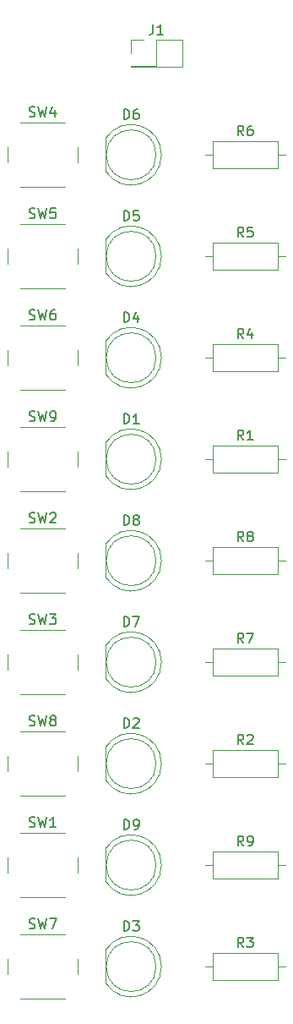
<source format=gbr>
%TF.GenerationSoftware,KiCad,Pcbnew,7.0.5-0*%
%TF.CreationDate,2023-07-07T14:44:46-07:00*%
%TF.ProjectId,loots of leds 2.0,6c6f6f74-7320-46f6-9620-6c6564732032,rev?*%
%TF.SameCoordinates,Original*%
%TF.FileFunction,Legend,Top*%
%TF.FilePolarity,Positive*%
%FSLAX46Y46*%
G04 Gerber Fmt 4.6, Leading zero omitted, Abs format (unit mm)*
G04 Created by KiCad (PCBNEW 7.0.5-0) date 2023-07-07 14:44:46*
%MOMM*%
%LPD*%
G01*
G04 APERTURE LIST*
%ADD10C,0.150000*%
%ADD11C,0.120000*%
G04 APERTURE END LIST*
D10*
%TO.C,SW4*%
X163766667Y-34257200D02*
X163909524Y-34304819D01*
X163909524Y-34304819D02*
X164147619Y-34304819D01*
X164147619Y-34304819D02*
X164242857Y-34257200D01*
X164242857Y-34257200D02*
X164290476Y-34209580D01*
X164290476Y-34209580D02*
X164338095Y-34114342D01*
X164338095Y-34114342D02*
X164338095Y-34019104D01*
X164338095Y-34019104D02*
X164290476Y-33923866D01*
X164290476Y-33923866D02*
X164242857Y-33876247D01*
X164242857Y-33876247D02*
X164147619Y-33828628D01*
X164147619Y-33828628D02*
X163957143Y-33781009D01*
X163957143Y-33781009D02*
X163861905Y-33733390D01*
X163861905Y-33733390D02*
X163814286Y-33685771D01*
X163814286Y-33685771D02*
X163766667Y-33590533D01*
X163766667Y-33590533D02*
X163766667Y-33495295D01*
X163766667Y-33495295D02*
X163814286Y-33400057D01*
X163814286Y-33400057D02*
X163861905Y-33352438D01*
X163861905Y-33352438D02*
X163957143Y-33304819D01*
X163957143Y-33304819D02*
X164195238Y-33304819D01*
X164195238Y-33304819D02*
X164338095Y-33352438D01*
X164671429Y-33304819D02*
X164909524Y-34304819D01*
X164909524Y-34304819D02*
X165100000Y-33590533D01*
X165100000Y-33590533D02*
X165290476Y-34304819D01*
X165290476Y-34304819D02*
X165528572Y-33304819D01*
X166338095Y-33638152D02*
X166338095Y-34304819D01*
X166100000Y-33257200D02*
X165861905Y-33971485D01*
X165861905Y-33971485D02*
X166480952Y-33971485D01*
%TO.C,SW5*%
X163766667Y-44417200D02*
X163909524Y-44464819D01*
X163909524Y-44464819D02*
X164147619Y-44464819D01*
X164147619Y-44464819D02*
X164242857Y-44417200D01*
X164242857Y-44417200D02*
X164290476Y-44369580D01*
X164290476Y-44369580D02*
X164338095Y-44274342D01*
X164338095Y-44274342D02*
X164338095Y-44179104D01*
X164338095Y-44179104D02*
X164290476Y-44083866D01*
X164290476Y-44083866D02*
X164242857Y-44036247D01*
X164242857Y-44036247D02*
X164147619Y-43988628D01*
X164147619Y-43988628D02*
X163957143Y-43941009D01*
X163957143Y-43941009D02*
X163861905Y-43893390D01*
X163861905Y-43893390D02*
X163814286Y-43845771D01*
X163814286Y-43845771D02*
X163766667Y-43750533D01*
X163766667Y-43750533D02*
X163766667Y-43655295D01*
X163766667Y-43655295D02*
X163814286Y-43560057D01*
X163814286Y-43560057D02*
X163861905Y-43512438D01*
X163861905Y-43512438D02*
X163957143Y-43464819D01*
X163957143Y-43464819D02*
X164195238Y-43464819D01*
X164195238Y-43464819D02*
X164338095Y-43512438D01*
X164671429Y-43464819D02*
X164909524Y-44464819D01*
X164909524Y-44464819D02*
X165100000Y-43750533D01*
X165100000Y-43750533D02*
X165290476Y-44464819D01*
X165290476Y-44464819D02*
X165528572Y-43464819D01*
X166385714Y-43464819D02*
X165909524Y-43464819D01*
X165909524Y-43464819D02*
X165861905Y-43941009D01*
X165861905Y-43941009D02*
X165909524Y-43893390D01*
X165909524Y-43893390D02*
X166004762Y-43845771D01*
X166004762Y-43845771D02*
X166242857Y-43845771D01*
X166242857Y-43845771D02*
X166338095Y-43893390D01*
X166338095Y-43893390D02*
X166385714Y-43941009D01*
X166385714Y-43941009D02*
X166433333Y-44036247D01*
X166433333Y-44036247D02*
X166433333Y-44274342D01*
X166433333Y-44274342D02*
X166385714Y-44369580D01*
X166385714Y-44369580D02*
X166338095Y-44417200D01*
X166338095Y-44417200D02*
X166242857Y-44464819D01*
X166242857Y-44464819D02*
X166004762Y-44464819D01*
X166004762Y-44464819D02*
X165909524Y-44417200D01*
X165909524Y-44417200D02*
X165861905Y-44369580D01*
%TO.C,R7*%
X185253333Y-86984819D02*
X184920000Y-86508628D01*
X184681905Y-86984819D02*
X184681905Y-85984819D01*
X184681905Y-85984819D02*
X185062857Y-85984819D01*
X185062857Y-85984819D02*
X185158095Y-86032438D01*
X185158095Y-86032438D02*
X185205714Y-86080057D01*
X185205714Y-86080057D02*
X185253333Y-86175295D01*
X185253333Y-86175295D02*
X185253333Y-86318152D01*
X185253333Y-86318152D02*
X185205714Y-86413390D01*
X185205714Y-86413390D02*
X185158095Y-86461009D01*
X185158095Y-86461009D02*
X185062857Y-86508628D01*
X185062857Y-86508628D02*
X184681905Y-86508628D01*
X185586667Y-85984819D02*
X186253333Y-85984819D01*
X186253333Y-85984819D02*
X185824762Y-86984819D01*
%TO.C,D5*%
X173251905Y-44704819D02*
X173251905Y-43704819D01*
X173251905Y-43704819D02*
X173490000Y-43704819D01*
X173490000Y-43704819D02*
X173632857Y-43752438D01*
X173632857Y-43752438D02*
X173728095Y-43847676D01*
X173728095Y-43847676D02*
X173775714Y-43942914D01*
X173775714Y-43942914D02*
X173823333Y-44133390D01*
X173823333Y-44133390D02*
X173823333Y-44276247D01*
X173823333Y-44276247D02*
X173775714Y-44466723D01*
X173775714Y-44466723D02*
X173728095Y-44561961D01*
X173728095Y-44561961D02*
X173632857Y-44657200D01*
X173632857Y-44657200D02*
X173490000Y-44704819D01*
X173490000Y-44704819D02*
X173251905Y-44704819D01*
X174728095Y-43704819D02*
X174251905Y-43704819D01*
X174251905Y-43704819D02*
X174204286Y-44181009D01*
X174204286Y-44181009D02*
X174251905Y-44133390D01*
X174251905Y-44133390D02*
X174347143Y-44085771D01*
X174347143Y-44085771D02*
X174585238Y-44085771D01*
X174585238Y-44085771D02*
X174680476Y-44133390D01*
X174680476Y-44133390D02*
X174728095Y-44181009D01*
X174728095Y-44181009D02*
X174775714Y-44276247D01*
X174775714Y-44276247D02*
X174775714Y-44514342D01*
X174775714Y-44514342D02*
X174728095Y-44609580D01*
X174728095Y-44609580D02*
X174680476Y-44657200D01*
X174680476Y-44657200D02*
X174585238Y-44704819D01*
X174585238Y-44704819D02*
X174347143Y-44704819D01*
X174347143Y-44704819D02*
X174251905Y-44657200D01*
X174251905Y-44657200D02*
X174204286Y-44609580D01*
%TO.C,R2*%
X185253333Y-97144819D02*
X184920000Y-96668628D01*
X184681905Y-97144819D02*
X184681905Y-96144819D01*
X184681905Y-96144819D02*
X185062857Y-96144819D01*
X185062857Y-96144819D02*
X185158095Y-96192438D01*
X185158095Y-96192438D02*
X185205714Y-96240057D01*
X185205714Y-96240057D02*
X185253333Y-96335295D01*
X185253333Y-96335295D02*
X185253333Y-96478152D01*
X185253333Y-96478152D02*
X185205714Y-96573390D01*
X185205714Y-96573390D02*
X185158095Y-96621009D01*
X185158095Y-96621009D02*
X185062857Y-96668628D01*
X185062857Y-96668628D02*
X184681905Y-96668628D01*
X185634286Y-96240057D02*
X185681905Y-96192438D01*
X185681905Y-96192438D02*
X185777143Y-96144819D01*
X185777143Y-96144819D02*
X186015238Y-96144819D01*
X186015238Y-96144819D02*
X186110476Y-96192438D01*
X186110476Y-96192438D02*
X186158095Y-96240057D01*
X186158095Y-96240057D02*
X186205714Y-96335295D01*
X186205714Y-96335295D02*
X186205714Y-96430533D01*
X186205714Y-96430533D02*
X186158095Y-96573390D01*
X186158095Y-96573390D02*
X185586667Y-97144819D01*
X185586667Y-97144819D02*
X186205714Y-97144819D01*
%TO.C,R3*%
X185253333Y-117464819D02*
X184920000Y-116988628D01*
X184681905Y-117464819D02*
X184681905Y-116464819D01*
X184681905Y-116464819D02*
X185062857Y-116464819D01*
X185062857Y-116464819D02*
X185158095Y-116512438D01*
X185158095Y-116512438D02*
X185205714Y-116560057D01*
X185205714Y-116560057D02*
X185253333Y-116655295D01*
X185253333Y-116655295D02*
X185253333Y-116798152D01*
X185253333Y-116798152D02*
X185205714Y-116893390D01*
X185205714Y-116893390D02*
X185158095Y-116941009D01*
X185158095Y-116941009D02*
X185062857Y-116988628D01*
X185062857Y-116988628D02*
X184681905Y-116988628D01*
X185586667Y-116464819D02*
X186205714Y-116464819D01*
X186205714Y-116464819D02*
X185872381Y-116845771D01*
X185872381Y-116845771D02*
X186015238Y-116845771D01*
X186015238Y-116845771D02*
X186110476Y-116893390D01*
X186110476Y-116893390D02*
X186158095Y-116941009D01*
X186158095Y-116941009D02*
X186205714Y-117036247D01*
X186205714Y-117036247D02*
X186205714Y-117274342D01*
X186205714Y-117274342D02*
X186158095Y-117369580D01*
X186158095Y-117369580D02*
X186110476Y-117417200D01*
X186110476Y-117417200D02*
X186015238Y-117464819D01*
X186015238Y-117464819D02*
X185729524Y-117464819D01*
X185729524Y-117464819D02*
X185634286Y-117417200D01*
X185634286Y-117417200D02*
X185586667Y-117369580D01*
%TO.C,D1*%
X173251905Y-65024819D02*
X173251905Y-64024819D01*
X173251905Y-64024819D02*
X173490000Y-64024819D01*
X173490000Y-64024819D02*
X173632857Y-64072438D01*
X173632857Y-64072438D02*
X173728095Y-64167676D01*
X173728095Y-64167676D02*
X173775714Y-64262914D01*
X173775714Y-64262914D02*
X173823333Y-64453390D01*
X173823333Y-64453390D02*
X173823333Y-64596247D01*
X173823333Y-64596247D02*
X173775714Y-64786723D01*
X173775714Y-64786723D02*
X173728095Y-64881961D01*
X173728095Y-64881961D02*
X173632857Y-64977200D01*
X173632857Y-64977200D02*
X173490000Y-65024819D01*
X173490000Y-65024819D02*
X173251905Y-65024819D01*
X174775714Y-65024819D02*
X174204286Y-65024819D01*
X174490000Y-65024819D02*
X174490000Y-64024819D01*
X174490000Y-64024819D02*
X174394762Y-64167676D01*
X174394762Y-64167676D02*
X174299524Y-64262914D01*
X174299524Y-64262914D02*
X174204286Y-64310533D01*
%TO.C,D9*%
X173251905Y-105664819D02*
X173251905Y-104664819D01*
X173251905Y-104664819D02*
X173490000Y-104664819D01*
X173490000Y-104664819D02*
X173632857Y-104712438D01*
X173632857Y-104712438D02*
X173728095Y-104807676D01*
X173728095Y-104807676D02*
X173775714Y-104902914D01*
X173775714Y-104902914D02*
X173823333Y-105093390D01*
X173823333Y-105093390D02*
X173823333Y-105236247D01*
X173823333Y-105236247D02*
X173775714Y-105426723D01*
X173775714Y-105426723D02*
X173728095Y-105521961D01*
X173728095Y-105521961D02*
X173632857Y-105617200D01*
X173632857Y-105617200D02*
X173490000Y-105664819D01*
X173490000Y-105664819D02*
X173251905Y-105664819D01*
X174299524Y-105664819D02*
X174490000Y-105664819D01*
X174490000Y-105664819D02*
X174585238Y-105617200D01*
X174585238Y-105617200D02*
X174632857Y-105569580D01*
X174632857Y-105569580D02*
X174728095Y-105426723D01*
X174728095Y-105426723D02*
X174775714Y-105236247D01*
X174775714Y-105236247D02*
X174775714Y-104855295D01*
X174775714Y-104855295D02*
X174728095Y-104760057D01*
X174728095Y-104760057D02*
X174680476Y-104712438D01*
X174680476Y-104712438D02*
X174585238Y-104664819D01*
X174585238Y-104664819D02*
X174394762Y-104664819D01*
X174394762Y-104664819D02*
X174299524Y-104712438D01*
X174299524Y-104712438D02*
X174251905Y-104760057D01*
X174251905Y-104760057D02*
X174204286Y-104855295D01*
X174204286Y-104855295D02*
X174204286Y-105093390D01*
X174204286Y-105093390D02*
X174251905Y-105188628D01*
X174251905Y-105188628D02*
X174299524Y-105236247D01*
X174299524Y-105236247D02*
X174394762Y-105283866D01*
X174394762Y-105283866D02*
X174585238Y-105283866D01*
X174585238Y-105283866D02*
X174680476Y-105236247D01*
X174680476Y-105236247D02*
X174728095Y-105188628D01*
X174728095Y-105188628D02*
X174775714Y-105093390D01*
%TO.C,J1*%
X176196666Y-25064819D02*
X176196666Y-25779104D01*
X176196666Y-25779104D02*
X176149047Y-25921961D01*
X176149047Y-25921961D02*
X176053809Y-26017200D01*
X176053809Y-26017200D02*
X175910952Y-26064819D01*
X175910952Y-26064819D02*
X175815714Y-26064819D01*
X177196666Y-26064819D02*
X176625238Y-26064819D01*
X176910952Y-26064819D02*
X176910952Y-25064819D01*
X176910952Y-25064819D02*
X176815714Y-25207676D01*
X176815714Y-25207676D02*
X176720476Y-25302914D01*
X176720476Y-25302914D02*
X176625238Y-25350533D01*
%TO.C,R8*%
X185253333Y-76824819D02*
X184920000Y-76348628D01*
X184681905Y-76824819D02*
X184681905Y-75824819D01*
X184681905Y-75824819D02*
X185062857Y-75824819D01*
X185062857Y-75824819D02*
X185158095Y-75872438D01*
X185158095Y-75872438D02*
X185205714Y-75920057D01*
X185205714Y-75920057D02*
X185253333Y-76015295D01*
X185253333Y-76015295D02*
X185253333Y-76158152D01*
X185253333Y-76158152D02*
X185205714Y-76253390D01*
X185205714Y-76253390D02*
X185158095Y-76301009D01*
X185158095Y-76301009D02*
X185062857Y-76348628D01*
X185062857Y-76348628D02*
X184681905Y-76348628D01*
X185824762Y-76253390D02*
X185729524Y-76205771D01*
X185729524Y-76205771D02*
X185681905Y-76158152D01*
X185681905Y-76158152D02*
X185634286Y-76062914D01*
X185634286Y-76062914D02*
X185634286Y-76015295D01*
X185634286Y-76015295D02*
X185681905Y-75920057D01*
X185681905Y-75920057D02*
X185729524Y-75872438D01*
X185729524Y-75872438D02*
X185824762Y-75824819D01*
X185824762Y-75824819D02*
X186015238Y-75824819D01*
X186015238Y-75824819D02*
X186110476Y-75872438D01*
X186110476Y-75872438D02*
X186158095Y-75920057D01*
X186158095Y-75920057D02*
X186205714Y-76015295D01*
X186205714Y-76015295D02*
X186205714Y-76062914D01*
X186205714Y-76062914D02*
X186158095Y-76158152D01*
X186158095Y-76158152D02*
X186110476Y-76205771D01*
X186110476Y-76205771D02*
X186015238Y-76253390D01*
X186015238Y-76253390D02*
X185824762Y-76253390D01*
X185824762Y-76253390D02*
X185729524Y-76301009D01*
X185729524Y-76301009D02*
X185681905Y-76348628D01*
X185681905Y-76348628D02*
X185634286Y-76443866D01*
X185634286Y-76443866D02*
X185634286Y-76634342D01*
X185634286Y-76634342D02*
X185681905Y-76729580D01*
X185681905Y-76729580D02*
X185729524Y-76777200D01*
X185729524Y-76777200D02*
X185824762Y-76824819D01*
X185824762Y-76824819D02*
X186015238Y-76824819D01*
X186015238Y-76824819D02*
X186110476Y-76777200D01*
X186110476Y-76777200D02*
X186158095Y-76729580D01*
X186158095Y-76729580D02*
X186205714Y-76634342D01*
X186205714Y-76634342D02*
X186205714Y-76443866D01*
X186205714Y-76443866D02*
X186158095Y-76348628D01*
X186158095Y-76348628D02*
X186110476Y-76301009D01*
X186110476Y-76301009D02*
X186015238Y-76253390D01*
%TO.C,SW9*%
X163766667Y-64737200D02*
X163909524Y-64784819D01*
X163909524Y-64784819D02*
X164147619Y-64784819D01*
X164147619Y-64784819D02*
X164242857Y-64737200D01*
X164242857Y-64737200D02*
X164290476Y-64689580D01*
X164290476Y-64689580D02*
X164338095Y-64594342D01*
X164338095Y-64594342D02*
X164338095Y-64499104D01*
X164338095Y-64499104D02*
X164290476Y-64403866D01*
X164290476Y-64403866D02*
X164242857Y-64356247D01*
X164242857Y-64356247D02*
X164147619Y-64308628D01*
X164147619Y-64308628D02*
X163957143Y-64261009D01*
X163957143Y-64261009D02*
X163861905Y-64213390D01*
X163861905Y-64213390D02*
X163814286Y-64165771D01*
X163814286Y-64165771D02*
X163766667Y-64070533D01*
X163766667Y-64070533D02*
X163766667Y-63975295D01*
X163766667Y-63975295D02*
X163814286Y-63880057D01*
X163814286Y-63880057D02*
X163861905Y-63832438D01*
X163861905Y-63832438D02*
X163957143Y-63784819D01*
X163957143Y-63784819D02*
X164195238Y-63784819D01*
X164195238Y-63784819D02*
X164338095Y-63832438D01*
X164671429Y-63784819D02*
X164909524Y-64784819D01*
X164909524Y-64784819D02*
X165100000Y-64070533D01*
X165100000Y-64070533D02*
X165290476Y-64784819D01*
X165290476Y-64784819D02*
X165528572Y-63784819D01*
X165957143Y-64784819D02*
X166147619Y-64784819D01*
X166147619Y-64784819D02*
X166242857Y-64737200D01*
X166242857Y-64737200D02*
X166290476Y-64689580D01*
X166290476Y-64689580D02*
X166385714Y-64546723D01*
X166385714Y-64546723D02*
X166433333Y-64356247D01*
X166433333Y-64356247D02*
X166433333Y-63975295D01*
X166433333Y-63975295D02*
X166385714Y-63880057D01*
X166385714Y-63880057D02*
X166338095Y-63832438D01*
X166338095Y-63832438D02*
X166242857Y-63784819D01*
X166242857Y-63784819D02*
X166052381Y-63784819D01*
X166052381Y-63784819D02*
X165957143Y-63832438D01*
X165957143Y-63832438D02*
X165909524Y-63880057D01*
X165909524Y-63880057D02*
X165861905Y-63975295D01*
X165861905Y-63975295D02*
X165861905Y-64213390D01*
X165861905Y-64213390D02*
X165909524Y-64308628D01*
X165909524Y-64308628D02*
X165957143Y-64356247D01*
X165957143Y-64356247D02*
X166052381Y-64403866D01*
X166052381Y-64403866D02*
X166242857Y-64403866D01*
X166242857Y-64403866D02*
X166338095Y-64356247D01*
X166338095Y-64356247D02*
X166385714Y-64308628D01*
X166385714Y-64308628D02*
X166433333Y-64213390D01*
%TO.C,D7*%
X173251905Y-85344819D02*
X173251905Y-84344819D01*
X173251905Y-84344819D02*
X173490000Y-84344819D01*
X173490000Y-84344819D02*
X173632857Y-84392438D01*
X173632857Y-84392438D02*
X173728095Y-84487676D01*
X173728095Y-84487676D02*
X173775714Y-84582914D01*
X173775714Y-84582914D02*
X173823333Y-84773390D01*
X173823333Y-84773390D02*
X173823333Y-84916247D01*
X173823333Y-84916247D02*
X173775714Y-85106723D01*
X173775714Y-85106723D02*
X173728095Y-85201961D01*
X173728095Y-85201961D02*
X173632857Y-85297200D01*
X173632857Y-85297200D02*
X173490000Y-85344819D01*
X173490000Y-85344819D02*
X173251905Y-85344819D01*
X174156667Y-84344819D02*
X174823333Y-84344819D01*
X174823333Y-84344819D02*
X174394762Y-85344819D01*
%TO.C,D6*%
X173251905Y-34544819D02*
X173251905Y-33544819D01*
X173251905Y-33544819D02*
X173490000Y-33544819D01*
X173490000Y-33544819D02*
X173632857Y-33592438D01*
X173632857Y-33592438D02*
X173728095Y-33687676D01*
X173728095Y-33687676D02*
X173775714Y-33782914D01*
X173775714Y-33782914D02*
X173823333Y-33973390D01*
X173823333Y-33973390D02*
X173823333Y-34116247D01*
X173823333Y-34116247D02*
X173775714Y-34306723D01*
X173775714Y-34306723D02*
X173728095Y-34401961D01*
X173728095Y-34401961D02*
X173632857Y-34497200D01*
X173632857Y-34497200D02*
X173490000Y-34544819D01*
X173490000Y-34544819D02*
X173251905Y-34544819D01*
X174680476Y-33544819D02*
X174490000Y-33544819D01*
X174490000Y-33544819D02*
X174394762Y-33592438D01*
X174394762Y-33592438D02*
X174347143Y-33640057D01*
X174347143Y-33640057D02*
X174251905Y-33782914D01*
X174251905Y-33782914D02*
X174204286Y-33973390D01*
X174204286Y-33973390D02*
X174204286Y-34354342D01*
X174204286Y-34354342D02*
X174251905Y-34449580D01*
X174251905Y-34449580D02*
X174299524Y-34497200D01*
X174299524Y-34497200D02*
X174394762Y-34544819D01*
X174394762Y-34544819D02*
X174585238Y-34544819D01*
X174585238Y-34544819D02*
X174680476Y-34497200D01*
X174680476Y-34497200D02*
X174728095Y-34449580D01*
X174728095Y-34449580D02*
X174775714Y-34354342D01*
X174775714Y-34354342D02*
X174775714Y-34116247D01*
X174775714Y-34116247D02*
X174728095Y-34021009D01*
X174728095Y-34021009D02*
X174680476Y-33973390D01*
X174680476Y-33973390D02*
X174585238Y-33925771D01*
X174585238Y-33925771D02*
X174394762Y-33925771D01*
X174394762Y-33925771D02*
X174299524Y-33973390D01*
X174299524Y-33973390D02*
X174251905Y-34021009D01*
X174251905Y-34021009D02*
X174204286Y-34116247D01*
%TO.C,D8*%
X173251905Y-75184819D02*
X173251905Y-74184819D01*
X173251905Y-74184819D02*
X173490000Y-74184819D01*
X173490000Y-74184819D02*
X173632857Y-74232438D01*
X173632857Y-74232438D02*
X173728095Y-74327676D01*
X173728095Y-74327676D02*
X173775714Y-74422914D01*
X173775714Y-74422914D02*
X173823333Y-74613390D01*
X173823333Y-74613390D02*
X173823333Y-74756247D01*
X173823333Y-74756247D02*
X173775714Y-74946723D01*
X173775714Y-74946723D02*
X173728095Y-75041961D01*
X173728095Y-75041961D02*
X173632857Y-75137200D01*
X173632857Y-75137200D02*
X173490000Y-75184819D01*
X173490000Y-75184819D02*
X173251905Y-75184819D01*
X174394762Y-74613390D02*
X174299524Y-74565771D01*
X174299524Y-74565771D02*
X174251905Y-74518152D01*
X174251905Y-74518152D02*
X174204286Y-74422914D01*
X174204286Y-74422914D02*
X174204286Y-74375295D01*
X174204286Y-74375295D02*
X174251905Y-74280057D01*
X174251905Y-74280057D02*
X174299524Y-74232438D01*
X174299524Y-74232438D02*
X174394762Y-74184819D01*
X174394762Y-74184819D02*
X174585238Y-74184819D01*
X174585238Y-74184819D02*
X174680476Y-74232438D01*
X174680476Y-74232438D02*
X174728095Y-74280057D01*
X174728095Y-74280057D02*
X174775714Y-74375295D01*
X174775714Y-74375295D02*
X174775714Y-74422914D01*
X174775714Y-74422914D02*
X174728095Y-74518152D01*
X174728095Y-74518152D02*
X174680476Y-74565771D01*
X174680476Y-74565771D02*
X174585238Y-74613390D01*
X174585238Y-74613390D02*
X174394762Y-74613390D01*
X174394762Y-74613390D02*
X174299524Y-74661009D01*
X174299524Y-74661009D02*
X174251905Y-74708628D01*
X174251905Y-74708628D02*
X174204286Y-74803866D01*
X174204286Y-74803866D02*
X174204286Y-74994342D01*
X174204286Y-74994342D02*
X174251905Y-75089580D01*
X174251905Y-75089580D02*
X174299524Y-75137200D01*
X174299524Y-75137200D02*
X174394762Y-75184819D01*
X174394762Y-75184819D02*
X174585238Y-75184819D01*
X174585238Y-75184819D02*
X174680476Y-75137200D01*
X174680476Y-75137200D02*
X174728095Y-75089580D01*
X174728095Y-75089580D02*
X174775714Y-74994342D01*
X174775714Y-74994342D02*
X174775714Y-74803866D01*
X174775714Y-74803866D02*
X174728095Y-74708628D01*
X174728095Y-74708628D02*
X174680476Y-74661009D01*
X174680476Y-74661009D02*
X174585238Y-74613390D01*
%TO.C,D3*%
X173251905Y-115824819D02*
X173251905Y-114824819D01*
X173251905Y-114824819D02*
X173490000Y-114824819D01*
X173490000Y-114824819D02*
X173632857Y-114872438D01*
X173632857Y-114872438D02*
X173728095Y-114967676D01*
X173728095Y-114967676D02*
X173775714Y-115062914D01*
X173775714Y-115062914D02*
X173823333Y-115253390D01*
X173823333Y-115253390D02*
X173823333Y-115396247D01*
X173823333Y-115396247D02*
X173775714Y-115586723D01*
X173775714Y-115586723D02*
X173728095Y-115681961D01*
X173728095Y-115681961D02*
X173632857Y-115777200D01*
X173632857Y-115777200D02*
X173490000Y-115824819D01*
X173490000Y-115824819D02*
X173251905Y-115824819D01*
X174156667Y-114824819D02*
X174775714Y-114824819D01*
X174775714Y-114824819D02*
X174442381Y-115205771D01*
X174442381Y-115205771D02*
X174585238Y-115205771D01*
X174585238Y-115205771D02*
X174680476Y-115253390D01*
X174680476Y-115253390D02*
X174728095Y-115301009D01*
X174728095Y-115301009D02*
X174775714Y-115396247D01*
X174775714Y-115396247D02*
X174775714Y-115634342D01*
X174775714Y-115634342D02*
X174728095Y-115729580D01*
X174728095Y-115729580D02*
X174680476Y-115777200D01*
X174680476Y-115777200D02*
X174585238Y-115824819D01*
X174585238Y-115824819D02*
X174299524Y-115824819D01*
X174299524Y-115824819D02*
X174204286Y-115777200D01*
X174204286Y-115777200D02*
X174156667Y-115729580D01*
%TO.C,R9*%
X185253333Y-107304819D02*
X184920000Y-106828628D01*
X184681905Y-107304819D02*
X184681905Y-106304819D01*
X184681905Y-106304819D02*
X185062857Y-106304819D01*
X185062857Y-106304819D02*
X185158095Y-106352438D01*
X185158095Y-106352438D02*
X185205714Y-106400057D01*
X185205714Y-106400057D02*
X185253333Y-106495295D01*
X185253333Y-106495295D02*
X185253333Y-106638152D01*
X185253333Y-106638152D02*
X185205714Y-106733390D01*
X185205714Y-106733390D02*
X185158095Y-106781009D01*
X185158095Y-106781009D02*
X185062857Y-106828628D01*
X185062857Y-106828628D02*
X184681905Y-106828628D01*
X185729524Y-107304819D02*
X185920000Y-107304819D01*
X185920000Y-107304819D02*
X186015238Y-107257200D01*
X186015238Y-107257200D02*
X186062857Y-107209580D01*
X186062857Y-107209580D02*
X186158095Y-107066723D01*
X186158095Y-107066723D02*
X186205714Y-106876247D01*
X186205714Y-106876247D02*
X186205714Y-106495295D01*
X186205714Y-106495295D02*
X186158095Y-106400057D01*
X186158095Y-106400057D02*
X186110476Y-106352438D01*
X186110476Y-106352438D02*
X186015238Y-106304819D01*
X186015238Y-106304819D02*
X185824762Y-106304819D01*
X185824762Y-106304819D02*
X185729524Y-106352438D01*
X185729524Y-106352438D02*
X185681905Y-106400057D01*
X185681905Y-106400057D02*
X185634286Y-106495295D01*
X185634286Y-106495295D02*
X185634286Y-106733390D01*
X185634286Y-106733390D02*
X185681905Y-106828628D01*
X185681905Y-106828628D02*
X185729524Y-106876247D01*
X185729524Y-106876247D02*
X185824762Y-106923866D01*
X185824762Y-106923866D02*
X186015238Y-106923866D01*
X186015238Y-106923866D02*
X186110476Y-106876247D01*
X186110476Y-106876247D02*
X186158095Y-106828628D01*
X186158095Y-106828628D02*
X186205714Y-106733390D01*
%TO.C,SW3*%
X163766667Y-85057200D02*
X163909524Y-85104819D01*
X163909524Y-85104819D02*
X164147619Y-85104819D01*
X164147619Y-85104819D02*
X164242857Y-85057200D01*
X164242857Y-85057200D02*
X164290476Y-85009580D01*
X164290476Y-85009580D02*
X164338095Y-84914342D01*
X164338095Y-84914342D02*
X164338095Y-84819104D01*
X164338095Y-84819104D02*
X164290476Y-84723866D01*
X164290476Y-84723866D02*
X164242857Y-84676247D01*
X164242857Y-84676247D02*
X164147619Y-84628628D01*
X164147619Y-84628628D02*
X163957143Y-84581009D01*
X163957143Y-84581009D02*
X163861905Y-84533390D01*
X163861905Y-84533390D02*
X163814286Y-84485771D01*
X163814286Y-84485771D02*
X163766667Y-84390533D01*
X163766667Y-84390533D02*
X163766667Y-84295295D01*
X163766667Y-84295295D02*
X163814286Y-84200057D01*
X163814286Y-84200057D02*
X163861905Y-84152438D01*
X163861905Y-84152438D02*
X163957143Y-84104819D01*
X163957143Y-84104819D02*
X164195238Y-84104819D01*
X164195238Y-84104819D02*
X164338095Y-84152438D01*
X164671429Y-84104819D02*
X164909524Y-85104819D01*
X164909524Y-85104819D02*
X165100000Y-84390533D01*
X165100000Y-84390533D02*
X165290476Y-85104819D01*
X165290476Y-85104819D02*
X165528572Y-84104819D01*
X165814286Y-84104819D02*
X166433333Y-84104819D01*
X166433333Y-84104819D02*
X166100000Y-84485771D01*
X166100000Y-84485771D02*
X166242857Y-84485771D01*
X166242857Y-84485771D02*
X166338095Y-84533390D01*
X166338095Y-84533390D02*
X166385714Y-84581009D01*
X166385714Y-84581009D02*
X166433333Y-84676247D01*
X166433333Y-84676247D02*
X166433333Y-84914342D01*
X166433333Y-84914342D02*
X166385714Y-85009580D01*
X166385714Y-85009580D02*
X166338095Y-85057200D01*
X166338095Y-85057200D02*
X166242857Y-85104819D01*
X166242857Y-85104819D02*
X165957143Y-85104819D01*
X165957143Y-85104819D02*
X165861905Y-85057200D01*
X165861905Y-85057200D02*
X165814286Y-85009580D01*
%TO.C,SW6*%
X163766667Y-54577200D02*
X163909524Y-54624819D01*
X163909524Y-54624819D02*
X164147619Y-54624819D01*
X164147619Y-54624819D02*
X164242857Y-54577200D01*
X164242857Y-54577200D02*
X164290476Y-54529580D01*
X164290476Y-54529580D02*
X164338095Y-54434342D01*
X164338095Y-54434342D02*
X164338095Y-54339104D01*
X164338095Y-54339104D02*
X164290476Y-54243866D01*
X164290476Y-54243866D02*
X164242857Y-54196247D01*
X164242857Y-54196247D02*
X164147619Y-54148628D01*
X164147619Y-54148628D02*
X163957143Y-54101009D01*
X163957143Y-54101009D02*
X163861905Y-54053390D01*
X163861905Y-54053390D02*
X163814286Y-54005771D01*
X163814286Y-54005771D02*
X163766667Y-53910533D01*
X163766667Y-53910533D02*
X163766667Y-53815295D01*
X163766667Y-53815295D02*
X163814286Y-53720057D01*
X163814286Y-53720057D02*
X163861905Y-53672438D01*
X163861905Y-53672438D02*
X163957143Y-53624819D01*
X163957143Y-53624819D02*
X164195238Y-53624819D01*
X164195238Y-53624819D02*
X164338095Y-53672438D01*
X164671429Y-53624819D02*
X164909524Y-54624819D01*
X164909524Y-54624819D02*
X165100000Y-53910533D01*
X165100000Y-53910533D02*
X165290476Y-54624819D01*
X165290476Y-54624819D02*
X165528572Y-53624819D01*
X166338095Y-53624819D02*
X166147619Y-53624819D01*
X166147619Y-53624819D02*
X166052381Y-53672438D01*
X166052381Y-53672438D02*
X166004762Y-53720057D01*
X166004762Y-53720057D02*
X165909524Y-53862914D01*
X165909524Y-53862914D02*
X165861905Y-54053390D01*
X165861905Y-54053390D02*
X165861905Y-54434342D01*
X165861905Y-54434342D02*
X165909524Y-54529580D01*
X165909524Y-54529580D02*
X165957143Y-54577200D01*
X165957143Y-54577200D02*
X166052381Y-54624819D01*
X166052381Y-54624819D02*
X166242857Y-54624819D01*
X166242857Y-54624819D02*
X166338095Y-54577200D01*
X166338095Y-54577200D02*
X166385714Y-54529580D01*
X166385714Y-54529580D02*
X166433333Y-54434342D01*
X166433333Y-54434342D02*
X166433333Y-54196247D01*
X166433333Y-54196247D02*
X166385714Y-54101009D01*
X166385714Y-54101009D02*
X166338095Y-54053390D01*
X166338095Y-54053390D02*
X166242857Y-54005771D01*
X166242857Y-54005771D02*
X166052381Y-54005771D01*
X166052381Y-54005771D02*
X165957143Y-54053390D01*
X165957143Y-54053390D02*
X165909524Y-54101009D01*
X165909524Y-54101009D02*
X165861905Y-54196247D01*
%TO.C,R6*%
X185253333Y-36184819D02*
X184920000Y-35708628D01*
X184681905Y-36184819D02*
X184681905Y-35184819D01*
X184681905Y-35184819D02*
X185062857Y-35184819D01*
X185062857Y-35184819D02*
X185158095Y-35232438D01*
X185158095Y-35232438D02*
X185205714Y-35280057D01*
X185205714Y-35280057D02*
X185253333Y-35375295D01*
X185253333Y-35375295D02*
X185253333Y-35518152D01*
X185253333Y-35518152D02*
X185205714Y-35613390D01*
X185205714Y-35613390D02*
X185158095Y-35661009D01*
X185158095Y-35661009D02*
X185062857Y-35708628D01*
X185062857Y-35708628D02*
X184681905Y-35708628D01*
X186110476Y-35184819D02*
X185920000Y-35184819D01*
X185920000Y-35184819D02*
X185824762Y-35232438D01*
X185824762Y-35232438D02*
X185777143Y-35280057D01*
X185777143Y-35280057D02*
X185681905Y-35422914D01*
X185681905Y-35422914D02*
X185634286Y-35613390D01*
X185634286Y-35613390D02*
X185634286Y-35994342D01*
X185634286Y-35994342D02*
X185681905Y-36089580D01*
X185681905Y-36089580D02*
X185729524Y-36137200D01*
X185729524Y-36137200D02*
X185824762Y-36184819D01*
X185824762Y-36184819D02*
X186015238Y-36184819D01*
X186015238Y-36184819D02*
X186110476Y-36137200D01*
X186110476Y-36137200D02*
X186158095Y-36089580D01*
X186158095Y-36089580D02*
X186205714Y-35994342D01*
X186205714Y-35994342D02*
X186205714Y-35756247D01*
X186205714Y-35756247D02*
X186158095Y-35661009D01*
X186158095Y-35661009D02*
X186110476Y-35613390D01*
X186110476Y-35613390D02*
X186015238Y-35565771D01*
X186015238Y-35565771D02*
X185824762Y-35565771D01*
X185824762Y-35565771D02*
X185729524Y-35613390D01*
X185729524Y-35613390D02*
X185681905Y-35661009D01*
X185681905Y-35661009D02*
X185634286Y-35756247D01*
%TO.C,SW7*%
X163766667Y-115537200D02*
X163909524Y-115584819D01*
X163909524Y-115584819D02*
X164147619Y-115584819D01*
X164147619Y-115584819D02*
X164242857Y-115537200D01*
X164242857Y-115537200D02*
X164290476Y-115489580D01*
X164290476Y-115489580D02*
X164338095Y-115394342D01*
X164338095Y-115394342D02*
X164338095Y-115299104D01*
X164338095Y-115299104D02*
X164290476Y-115203866D01*
X164290476Y-115203866D02*
X164242857Y-115156247D01*
X164242857Y-115156247D02*
X164147619Y-115108628D01*
X164147619Y-115108628D02*
X163957143Y-115061009D01*
X163957143Y-115061009D02*
X163861905Y-115013390D01*
X163861905Y-115013390D02*
X163814286Y-114965771D01*
X163814286Y-114965771D02*
X163766667Y-114870533D01*
X163766667Y-114870533D02*
X163766667Y-114775295D01*
X163766667Y-114775295D02*
X163814286Y-114680057D01*
X163814286Y-114680057D02*
X163861905Y-114632438D01*
X163861905Y-114632438D02*
X163957143Y-114584819D01*
X163957143Y-114584819D02*
X164195238Y-114584819D01*
X164195238Y-114584819D02*
X164338095Y-114632438D01*
X164671429Y-114584819D02*
X164909524Y-115584819D01*
X164909524Y-115584819D02*
X165100000Y-114870533D01*
X165100000Y-114870533D02*
X165290476Y-115584819D01*
X165290476Y-115584819D02*
X165528572Y-114584819D01*
X165814286Y-114584819D02*
X166480952Y-114584819D01*
X166480952Y-114584819D02*
X166052381Y-115584819D01*
%TO.C,D4*%
X173251905Y-54864819D02*
X173251905Y-53864819D01*
X173251905Y-53864819D02*
X173490000Y-53864819D01*
X173490000Y-53864819D02*
X173632857Y-53912438D01*
X173632857Y-53912438D02*
X173728095Y-54007676D01*
X173728095Y-54007676D02*
X173775714Y-54102914D01*
X173775714Y-54102914D02*
X173823333Y-54293390D01*
X173823333Y-54293390D02*
X173823333Y-54436247D01*
X173823333Y-54436247D02*
X173775714Y-54626723D01*
X173775714Y-54626723D02*
X173728095Y-54721961D01*
X173728095Y-54721961D02*
X173632857Y-54817200D01*
X173632857Y-54817200D02*
X173490000Y-54864819D01*
X173490000Y-54864819D02*
X173251905Y-54864819D01*
X174680476Y-54198152D02*
X174680476Y-54864819D01*
X174442381Y-53817200D02*
X174204286Y-54531485D01*
X174204286Y-54531485D02*
X174823333Y-54531485D01*
%TO.C,SW8*%
X163766667Y-95217200D02*
X163909524Y-95264819D01*
X163909524Y-95264819D02*
X164147619Y-95264819D01*
X164147619Y-95264819D02*
X164242857Y-95217200D01*
X164242857Y-95217200D02*
X164290476Y-95169580D01*
X164290476Y-95169580D02*
X164338095Y-95074342D01*
X164338095Y-95074342D02*
X164338095Y-94979104D01*
X164338095Y-94979104D02*
X164290476Y-94883866D01*
X164290476Y-94883866D02*
X164242857Y-94836247D01*
X164242857Y-94836247D02*
X164147619Y-94788628D01*
X164147619Y-94788628D02*
X163957143Y-94741009D01*
X163957143Y-94741009D02*
X163861905Y-94693390D01*
X163861905Y-94693390D02*
X163814286Y-94645771D01*
X163814286Y-94645771D02*
X163766667Y-94550533D01*
X163766667Y-94550533D02*
X163766667Y-94455295D01*
X163766667Y-94455295D02*
X163814286Y-94360057D01*
X163814286Y-94360057D02*
X163861905Y-94312438D01*
X163861905Y-94312438D02*
X163957143Y-94264819D01*
X163957143Y-94264819D02*
X164195238Y-94264819D01*
X164195238Y-94264819D02*
X164338095Y-94312438D01*
X164671429Y-94264819D02*
X164909524Y-95264819D01*
X164909524Y-95264819D02*
X165100000Y-94550533D01*
X165100000Y-94550533D02*
X165290476Y-95264819D01*
X165290476Y-95264819D02*
X165528572Y-94264819D01*
X166052381Y-94693390D02*
X165957143Y-94645771D01*
X165957143Y-94645771D02*
X165909524Y-94598152D01*
X165909524Y-94598152D02*
X165861905Y-94502914D01*
X165861905Y-94502914D02*
X165861905Y-94455295D01*
X165861905Y-94455295D02*
X165909524Y-94360057D01*
X165909524Y-94360057D02*
X165957143Y-94312438D01*
X165957143Y-94312438D02*
X166052381Y-94264819D01*
X166052381Y-94264819D02*
X166242857Y-94264819D01*
X166242857Y-94264819D02*
X166338095Y-94312438D01*
X166338095Y-94312438D02*
X166385714Y-94360057D01*
X166385714Y-94360057D02*
X166433333Y-94455295D01*
X166433333Y-94455295D02*
X166433333Y-94502914D01*
X166433333Y-94502914D02*
X166385714Y-94598152D01*
X166385714Y-94598152D02*
X166338095Y-94645771D01*
X166338095Y-94645771D02*
X166242857Y-94693390D01*
X166242857Y-94693390D02*
X166052381Y-94693390D01*
X166052381Y-94693390D02*
X165957143Y-94741009D01*
X165957143Y-94741009D02*
X165909524Y-94788628D01*
X165909524Y-94788628D02*
X165861905Y-94883866D01*
X165861905Y-94883866D02*
X165861905Y-95074342D01*
X165861905Y-95074342D02*
X165909524Y-95169580D01*
X165909524Y-95169580D02*
X165957143Y-95217200D01*
X165957143Y-95217200D02*
X166052381Y-95264819D01*
X166052381Y-95264819D02*
X166242857Y-95264819D01*
X166242857Y-95264819D02*
X166338095Y-95217200D01*
X166338095Y-95217200D02*
X166385714Y-95169580D01*
X166385714Y-95169580D02*
X166433333Y-95074342D01*
X166433333Y-95074342D02*
X166433333Y-94883866D01*
X166433333Y-94883866D02*
X166385714Y-94788628D01*
X166385714Y-94788628D02*
X166338095Y-94741009D01*
X166338095Y-94741009D02*
X166242857Y-94693390D01*
%TO.C,R5*%
X185253333Y-46344819D02*
X184920000Y-45868628D01*
X184681905Y-46344819D02*
X184681905Y-45344819D01*
X184681905Y-45344819D02*
X185062857Y-45344819D01*
X185062857Y-45344819D02*
X185158095Y-45392438D01*
X185158095Y-45392438D02*
X185205714Y-45440057D01*
X185205714Y-45440057D02*
X185253333Y-45535295D01*
X185253333Y-45535295D02*
X185253333Y-45678152D01*
X185253333Y-45678152D02*
X185205714Y-45773390D01*
X185205714Y-45773390D02*
X185158095Y-45821009D01*
X185158095Y-45821009D02*
X185062857Y-45868628D01*
X185062857Y-45868628D02*
X184681905Y-45868628D01*
X186158095Y-45344819D02*
X185681905Y-45344819D01*
X185681905Y-45344819D02*
X185634286Y-45821009D01*
X185634286Y-45821009D02*
X185681905Y-45773390D01*
X185681905Y-45773390D02*
X185777143Y-45725771D01*
X185777143Y-45725771D02*
X186015238Y-45725771D01*
X186015238Y-45725771D02*
X186110476Y-45773390D01*
X186110476Y-45773390D02*
X186158095Y-45821009D01*
X186158095Y-45821009D02*
X186205714Y-45916247D01*
X186205714Y-45916247D02*
X186205714Y-46154342D01*
X186205714Y-46154342D02*
X186158095Y-46249580D01*
X186158095Y-46249580D02*
X186110476Y-46297200D01*
X186110476Y-46297200D02*
X186015238Y-46344819D01*
X186015238Y-46344819D02*
X185777143Y-46344819D01*
X185777143Y-46344819D02*
X185681905Y-46297200D01*
X185681905Y-46297200D02*
X185634286Y-46249580D01*
%TO.C,D2*%
X173251905Y-95504819D02*
X173251905Y-94504819D01*
X173251905Y-94504819D02*
X173490000Y-94504819D01*
X173490000Y-94504819D02*
X173632857Y-94552438D01*
X173632857Y-94552438D02*
X173728095Y-94647676D01*
X173728095Y-94647676D02*
X173775714Y-94742914D01*
X173775714Y-94742914D02*
X173823333Y-94933390D01*
X173823333Y-94933390D02*
X173823333Y-95076247D01*
X173823333Y-95076247D02*
X173775714Y-95266723D01*
X173775714Y-95266723D02*
X173728095Y-95361961D01*
X173728095Y-95361961D02*
X173632857Y-95457200D01*
X173632857Y-95457200D02*
X173490000Y-95504819D01*
X173490000Y-95504819D02*
X173251905Y-95504819D01*
X174204286Y-94600057D02*
X174251905Y-94552438D01*
X174251905Y-94552438D02*
X174347143Y-94504819D01*
X174347143Y-94504819D02*
X174585238Y-94504819D01*
X174585238Y-94504819D02*
X174680476Y-94552438D01*
X174680476Y-94552438D02*
X174728095Y-94600057D01*
X174728095Y-94600057D02*
X174775714Y-94695295D01*
X174775714Y-94695295D02*
X174775714Y-94790533D01*
X174775714Y-94790533D02*
X174728095Y-94933390D01*
X174728095Y-94933390D02*
X174156667Y-95504819D01*
X174156667Y-95504819D02*
X174775714Y-95504819D01*
%TO.C,R4*%
X185253333Y-56504819D02*
X184920000Y-56028628D01*
X184681905Y-56504819D02*
X184681905Y-55504819D01*
X184681905Y-55504819D02*
X185062857Y-55504819D01*
X185062857Y-55504819D02*
X185158095Y-55552438D01*
X185158095Y-55552438D02*
X185205714Y-55600057D01*
X185205714Y-55600057D02*
X185253333Y-55695295D01*
X185253333Y-55695295D02*
X185253333Y-55838152D01*
X185253333Y-55838152D02*
X185205714Y-55933390D01*
X185205714Y-55933390D02*
X185158095Y-55981009D01*
X185158095Y-55981009D02*
X185062857Y-56028628D01*
X185062857Y-56028628D02*
X184681905Y-56028628D01*
X186110476Y-55838152D02*
X186110476Y-56504819D01*
X185872381Y-55457200D02*
X185634286Y-56171485D01*
X185634286Y-56171485D02*
X186253333Y-56171485D01*
%TO.C,SW1*%
X163766667Y-105377200D02*
X163909524Y-105424819D01*
X163909524Y-105424819D02*
X164147619Y-105424819D01*
X164147619Y-105424819D02*
X164242857Y-105377200D01*
X164242857Y-105377200D02*
X164290476Y-105329580D01*
X164290476Y-105329580D02*
X164338095Y-105234342D01*
X164338095Y-105234342D02*
X164338095Y-105139104D01*
X164338095Y-105139104D02*
X164290476Y-105043866D01*
X164290476Y-105043866D02*
X164242857Y-104996247D01*
X164242857Y-104996247D02*
X164147619Y-104948628D01*
X164147619Y-104948628D02*
X163957143Y-104901009D01*
X163957143Y-104901009D02*
X163861905Y-104853390D01*
X163861905Y-104853390D02*
X163814286Y-104805771D01*
X163814286Y-104805771D02*
X163766667Y-104710533D01*
X163766667Y-104710533D02*
X163766667Y-104615295D01*
X163766667Y-104615295D02*
X163814286Y-104520057D01*
X163814286Y-104520057D02*
X163861905Y-104472438D01*
X163861905Y-104472438D02*
X163957143Y-104424819D01*
X163957143Y-104424819D02*
X164195238Y-104424819D01*
X164195238Y-104424819D02*
X164338095Y-104472438D01*
X164671429Y-104424819D02*
X164909524Y-105424819D01*
X164909524Y-105424819D02*
X165100000Y-104710533D01*
X165100000Y-104710533D02*
X165290476Y-105424819D01*
X165290476Y-105424819D02*
X165528572Y-104424819D01*
X166433333Y-105424819D02*
X165861905Y-105424819D01*
X166147619Y-105424819D02*
X166147619Y-104424819D01*
X166147619Y-104424819D02*
X166052381Y-104567676D01*
X166052381Y-104567676D02*
X165957143Y-104662914D01*
X165957143Y-104662914D02*
X165861905Y-104710533D01*
%TO.C,SW2*%
X163766667Y-74897200D02*
X163909524Y-74944819D01*
X163909524Y-74944819D02*
X164147619Y-74944819D01*
X164147619Y-74944819D02*
X164242857Y-74897200D01*
X164242857Y-74897200D02*
X164290476Y-74849580D01*
X164290476Y-74849580D02*
X164338095Y-74754342D01*
X164338095Y-74754342D02*
X164338095Y-74659104D01*
X164338095Y-74659104D02*
X164290476Y-74563866D01*
X164290476Y-74563866D02*
X164242857Y-74516247D01*
X164242857Y-74516247D02*
X164147619Y-74468628D01*
X164147619Y-74468628D02*
X163957143Y-74421009D01*
X163957143Y-74421009D02*
X163861905Y-74373390D01*
X163861905Y-74373390D02*
X163814286Y-74325771D01*
X163814286Y-74325771D02*
X163766667Y-74230533D01*
X163766667Y-74230533D02*
X163766667Y-74135295D01*
X163766667Y-74135295D02*
X163814286Y-74040057D01*
X163814286Y-74040057D02*
X163861905Y-73992438D01*
X163861905Y-73992438D02*
X163957143Y-73944819D01*
X163957143Y-73944819D02*
X164195238Y-73944819D01*
X164195238Y-73944819D02*
X164338095Y-73992438D01*
X164671429Y-73944819D02*
X164909524Y-74944819D01*
X164909524Y-74944819D02*
X165100000Y-74230533D01*
X165100000Y-74230533D02*
X165290476Y-74944819D01*
X165290476Y-74944819D02*
X165528572Y-73944819D01*
X165861905Y-74040057D02*
X165909524Y-73992438D01*
X165909524Y-73992438D02*
X166004762Y-73944819D01*
X166004762Y-73944819D02*
X166242857Y-73944819D01*
X166242857Y-73944819D02*
X166338095Y-73992438D01*
X166338095Y-73992438D02*
X166385714Y-74040057D01*
X166385714Y-74040057D02*
X166433333Y-74135295D01*
X166433333Y-74135295D02*
X166433333Y-74230533D01*
X166433333Y-74230533D02*
X166385714Y-74373390D01*
X166385714Y-74373390D02*
X165814286Y-74944819D01*
X165814286Y-74944819D02*
X166433333Y-74944819D01*
%TO.C,R1*%
X185253333Y-66664819D02*
X184920000Y-66188628D01*
X184681905Y-66664819D02*
X184681905Y-65664819D01*
X184681905Y-65664819D02*
X185062857Y-65664819D01*
X185062857Y-65664819D02*
X185158095Y-65712438D01*
X185158095Y-65712438D02*
X185205714Y-65760057D01*
X185205714Y-65760057D02*
X185253333Y-65855295D01*
X185253333Y-65855295D02*
X185253333Y-65998152D01*
X185253333Y-65998152D02*
X185205714Y-66093390D01*
X185205714Y-66093390D02*
X185158095Y-66141009D01*
X185158095Y-66141009D02*
X185062857Y-66188628D01*
X185062857Y-66188628D02*
X184681905Y-66188628D01*
X186205714Y-66664819D02*
X185634286Y-66664819D01*
X185920000Y-66664819D02*
X185920000Y-65664819D01*
X185920000Y-65664819D02*
X185824762Y-65807676D01*
X185824762Y-65807676D02*
X185729524Y-65902914D01*
X185729524Y-65902914D02*
X185634286Y-65950533D01*
D11*
%TO.C,SW4*%
X161600000Y-37350000D02*
X161600000Y-38850000D01*
X162850000Y-41350000D02*
X167350000Y-41350000D01*
X167350000Y-34850000D02*
X162850000Y-34850000D01*
X168600000Y-38850000D02*
X168600000Y-37350000D01*
%TO.C,SW5*%
X161600000Y-47510000D02*
X161600000Y-49010000D01*
X162850000Y-51510000D02*
X167350000Y-51510000D01*
X167350000Y-45010000D02*
X162850000Y-45010000D01*
X168600000Y-49010000D02*
X168600000Y-47510000D01*
%TO.C,R7*%
X181380000Y-88900000D02*
X182150000Y-88900000D01*
X182150000Y-87530000D02*
X182150000Y-90270000D01*
X182150000Y-90270000D02*
X188690000Y-90270000D01*
X188690000Y-87530000D02*
X182150000Y-87530000D01*
X188690000Y-90270000D02*
X188690000Y-87530000D01*
X189460000Y-88900000D02*
X188690000Y-88900000D01*
%TO.C,D5*%
X171430000Y-46620000D02*
X171430000Y-49900000D01*
X177029998Y-48261958D02*
G75*
G03*
X171430001Y-46620489I-3039998J1958D01*
G01*
X171430001Y-49899511D02*
G75*
G03*
X177029998Y-48258042I2559999J1639511D01*
G01*
X176490000Y-48260000D02*
G75*
G03*
X176490000Y-48260000I-2500000J0D01*
G01*
%TO.C,R2*%
X181380000Y-99060000D02*
X182150000Y-99060000D01*
X182150000Y-97690000D02*
X182150000Y-100430000D01*
X182150000Y-100430000D02*
X188690000Y-100430000D01*
X188690000Y-97690000D02*
X182150000Y-97690000D01*
X188690000Y-100430000D02*
X188690000Y-97690000D01*
X189460000Y-99060000D02*
X188690000Y-99060000D01*
%TO.C,R3*%
X181380000Y-119380000D02*
X182150000Y-119380000D01*
X182150000Y-118010000D02*
X182150000Y-120750000D01*
X182150000Y-120750000D02*
X188690000Y-120750000D01*
X188690000Y-118010000D02*
X182150000Y-118010000D01*
X188690000Y-120750000D02*
X188690000Y-118010000D01*
X189460000Y-119380000D02*
X188690000Y-119380000D01*
%TO.C,D1*%
X171430000Y-66940000D02*
X171430000Y-70220000D01*
X177029998Y-68581958D02*
G75*
G03*
X171430001Y-66940489I-3039998J1958D01*
G01*
X171430001Y-70219511D02*
G75*
G03*
X177029998Y-68578042I2559999J1639511D01*
G01*
X176490000Y-68580000D02*
G75*
G03*
X176490000Y-68580000I-2500000J0D01*
G01*
%TO.C,D9*%
X171430000Y-107580000D02*
X171430000Y-110860000D01*
X177029998Y-109221958D02*
G75*
G03*
X171430001Y-107580489I-3039998J1958D01*
G01*
X171430001Y-110859511D02*
G75*
G03*
X177029998Y-109218042I2559999J1639511D01*
G01*
X176490000Y-109220000D02*
G75*
G03*
X176490000Y-109220000I-2500000J0D01*
G01*
%TO.C,J1*%
X173930000Y-26610000D02*
X175260000Y-26610000D01*
X173930000Y-27940000D02*
X173930000Y-26610000D01*
X173930000Y-29210000D02*
X173930000Y-29270000D01*
X173930000Y-29210000D02*
X176530000Y-29210000D01*
X173930000Y-29270000D02*
X179130000Y-29270000D01*
X176530000Y-26610000D02*
X179130000Y-26610000D01*
X176530000Y-29210000D02*
X176530000Y-26610000D01*
X179130000Y-26610000D02*
X179130000Y-29270000D01*
%TO.C,R8*%
X181380000Y-78740000D02*
X182150000Y-78740000D01*
X182150000Y-77370000D02*
X182150000Y-80110000D01*
X182150000Y-80110000D02*
X188690000Y-80110000D01*
X188690000Y-77370000D02*
X182150000Y-77370000D01*
X188690000Y-80110000D02*
X188690000Y-77370000D01*
X189460000Y-78740000D02*
X188690000Y-78740000D01*
%TO.C,SW9*%
X161600000Y-67830000D02*
X161600000Y-69330000D01*
X162850000Y-71830000D02*
X167350000Y-71830000D01*
X167350000Y-65330000D02*
X162850000Y-65330000D01*
X168600000Y-69330000D02*
X168600000Y-67830000D01*
%TO.C,D7*%
X171430000Y-87260000D02*
X171430000Y-90540000D01*
X177029998Y-88901958D02*
G75*
G03*
X171430001Y-87260489I-3039998J1958D01*
G01*
X171430001Y-90539511D02*
G75*
G03*
X177029998Y-88898042I2559999J1639511D01*
G01*
X176490000Y-88900000D02*
G75*
G03*
X176490000Y-88900000I-2500000J0D01*
G01*
%TO.C,D6*%
X171430000Y-36460000D02*
X171430000Y-39740000D01*
X177029998Y-38101958D02*
G75*
G03*
X171430001Y-36460489I-3039998J1958D01*
G01*
X171430001Y-39739511D02*
G75*
G03*
X177029998Y-38098042I2559999J1639511D01*
G01*
X176490000Y-38100000D02*
G75*
G03*
X176490000Y-38100000I-2500000J0D01*
G01*
%TO.C,D8*%
X171430000Y-77100000D02*
X171430000Y-80380000D01*
X177029998Y-78741958D02*
G75*
G03*
X171430001Y-77100489I-3039998J1958D01*
G01*
X171430001Y-80379511D02*
G75*
G03*
X177029998Y-78738042I2559999J1639511D01*
G01*
X176490000Y-78740000D02*
G75*
G03*
X176490000Y-78740000I-2500000J0D01*
G01*
%TO.C,D3*%
X171430000Y-117740000D02*
X171430000Y-121020000D01*
X177029998Y-119381958D02*
G75*
G03*
X171430001Y-117740489I-3039998J1958D01*
G01*
X171430001Y-121019511D02*
G75*
G03*
X177029998Y-119378042I2559999J1639511D01*
G01*
X176490000Y-119380000D02*
G75*
G03*
X176490000Y-119380000I-2500000J0D01*
G01*
%TO.C,R9*%
X181380000Y-109220000D02*
X182150000Y-109220000D01*
X182150000Y-107850000D02*
X182150000Y-110590000D01*
X182150000Y-110590000D02*
X188690000Y-110590000D01*
X188690000Y-107850000D02*
X182150000Y-107850000D01*
X188690000Y-110590000D02*
X188690000Y-107850000D01*
X189460000Y-109220000D02*
X188690000Y-109220000D01*
%TO.C,SW3*%
X161600000Y-88150000D02*
X161600000Y-89650000D01*
X162850000Y-92150000D02*
X167350000Y-92150000D01*
X167350000Y-85650000D02*
X162850000Y-85650000D01*
X168600000Y-89650000D02*
X168600000Y-88150000D01*
%TO.C,SW6*%
X161600000Y-57670000D02*
X161600000Y-59170000D01*
X162850000Y-61670000D02*
X167350000Y-61670000D01*
X167350000Y-55170000D02*
X162850000Y-55170000D01*
X168600000Y-59170000D02*
X168600000Y-57670000D01*
%TO.C,R6*%
X181380000Y-38100000D02*
X182150000Y-38100000D01*
X182150000Y-36730000D02*
X182150000Y-39470000D01*
X182150000Y-39470000D02*
X188690000Y-39470000D01*
X188690000Y-36730000D02*
X182150000Y-36730000D01*
X188690000Y-39470000D02*
X188690000Y-36730000D01*
X189460000Y-38100000D02*
X188690000Y-38100000D01*
%TO.C,SW7*%
X161600000Y-118630000D02*
X161600000Y-120130000D01*
X162850000Y-122630000D02*
X167350000Y-122630000D01*
X167350000Y-116130000D02*
X162850000Y-116130000D01*
X168600000Y-120130000D02*
X168600000Y-118630000D01*
%TO.C,D4*%
X171430000Y-56780000D02*
X171430000Y-60060000D01*
X177029998Y-58421958D02*
G75*
G03*
X171430001Y-56780489I-3039998J1958D01*
G01*
X171430001Y-60059511D02*
G75*
G03*
X177029998Y-58418042I2559999J1639511D01*
G01*
X176490000Y-58420000D02*
G75*
G03*
X176490000Y-58420000I-2500000J0D01*
G01*
%TO.C,SW8*%
X161600000Y-98310000D02*
X161600000Y-99810000D01*
X162850000Y-102310000D02*
X167350000Y-102310000D01*
X167350000Y-95810000D02*
X162850000Y-95810000D01*
X168600000Y-99810000D02*
X168600000Y-98310000D01*
%TO.C,R5*%
X181380000Y-48260000D02*
X182150000Y-48260000D01*
X182150000Y-46890000D02*
X182150000Y-49630000D01*
X182150000Y-49630000D02*
X188690000Y-49630000D01*
X188690000Y-46890000D02*
X182150000Y-46890000D01*
X188690000Y-49630000D02*
X188690000Y-46890000D01*
X189460000Y-48260000D02*
X188690000Y-48260000D01*
%TO.C,D2*%
X171430000Y-97420000D02*
X171430000Y-100700000D01*
X177029998Y-99061958D02*
G75*
G03*
X171430001Y-97420489I-3039998J1958D01*
G01*
X171430001Y-100699511D02*
G75*
G03*
X177029998Y-99058042I2559999J1639511D01*
G01*
X176490000Y-99060000D02*
G75*
G03*
X176490000Y-99060000I-2500000J0D01*
G01*
%TO.C,R4*%
X181380000Y-58420000D02*
X182150000Y-58420000D01*
X182150000Y-57050000D02*
X182150000Y-59790000D01*
X182150000Y-59790000D02*
X188690000Y-59790000D01*
X188690000Y-57050000D02*
X182150000Y-57050000D01*
X188690000Y-59790000D02*
X188690000Y-57050000D01*
X189460000Y-58420000D02*
X188690000Y-58420000D01*
%TO.C,SW1*%
X161600000Y-108470000D02*
X161600000Y-109970000D01*
X162850000Y-112470000D02*
X167350000Y-112470000D01*
X167350000Y-105970000D02*
X162850000Y-105970000D01*
X168600000Y-109970000D02*
X168600000Y-108470000D01*
%TO.C,SW2*%
X161600000Y-77990000D02*
X161600000Y-79490000D01*
X162850000Y-81990000D02*
X167350000Y-81990000D01*
X167350000Y-75490000D02*
X162850000Y-75490000D01*
X168600000Y-79490000D02*
X168600000Y-77990000D01*
%TO.C,R1*%
X181380000Y-68580000D02*
X182150000Y-68580000D01*
X182150000Y-67210000D02*
X182150000Y-69950000D01*
X182150000Y-69950000D02*
X188690000Y-69950000D01*
X188690000Y-67210000D02*
X182150000Y-67210000D01*
X188690000Y-69950000D02*
X188690000Y-67210000D01*
X189460000Y-68580000D02*
X188690000Y-68580000D01*
%TD*%
M02*

</source>
